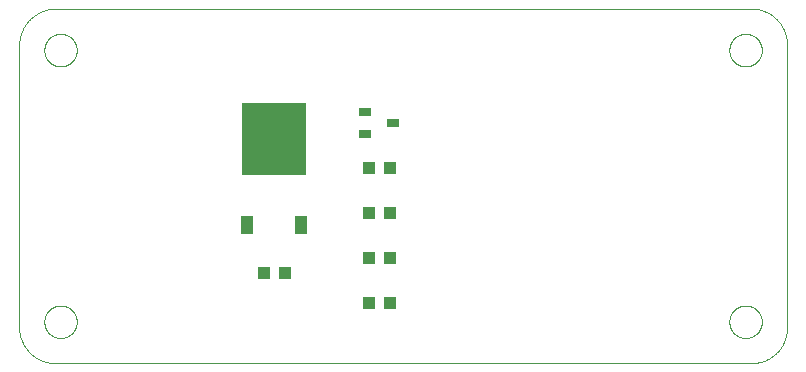
<source format=gtp>
G75*
%MOIN*%
%OFA0B0*%
%FSLAX25Y25*%
%IPPOS*%
%LPD*%
%AMOC8*
5,1,8,0,0,1.08239X$1,22.5*
%
%ADD10C,0.00000*%
%ADD11R,0.03937X0.02756*%
%ADD12R,0.21260X0.24409*%
%ADD13R,0.03937X0.06299*%
%ADD14R,0.04134X0.04252*%
D10*
X0016899Y0005000D02*
X0249166Y0005000D01*
X0249450Y0005003D01*
X0249734Y0005014D01*
X0250017Y0005031D01*
X0250301Y0005055D01*
X0250583Y0005086D01*
X0250864Y0005123D01*
X0251145Y0005168D01*
X0251424Y0005219D01*
X0251703Y0005277D01*
X0251979Y0005342D01*
X0252254Y0005413D01*
X0252527Y0005491D01*
X0252798Y0005575D01*
X0253068Y0005666D01*
X0253334Y0005764D01*
X0253599Y0005868D01*
X0253861Y0005978D01*
X0254120Y0006095D01*
X0254376Y0006218D01*
X0254629Y0006346D01*
X0254879Y0006482D01*
X0255125Y0006623D01*
X0255368Y0006770D01*
X0255608Y0006922D01*
X0255844Y0007081D01*
X0256075Y0007245D01*
X0256303Y0007415D01*
X0256527Y0007590D01*
X0256746Y0007770D01*
X0256961Y0007956D01*
X0257171Y0008147D01*
X0257377Y0008343D01*
X0257578Y0008544D01*
X0257774Y0008750D01*
X0257965Y0008960D01*
X0258151Y0009175D01*
X0258331Y0009394D01*
X0258506Y0009618D01*
X0258676Y0009846D01*
X0258840Y0010077D01*
X0258999Y0010313D01*
X0259151Y0010553D01*
X0259298Y0010796D01*
X0259439Y0011042D01*
X0259575Y0011292D01*
X0259703Y0011545D01*
X0259826Y0011801D01*
X0259943Y0012060D01*
X0260053Y0012322D01*
X0260157Y0012587D01*
X0260255Y0012853D01*
X0260346Y0013123D01*
X0260430Y0013394D01*
X0260508Y0013667D01*
X0260579Y0013942D01*
X0260644Y0014218D01*
X0260702Y0014497D01*
X0260753Y0014776D01*
X0260798Y0015057D01*
X0260835Y0015338D01*
X0260866Y0015620D01*
X0260890Y0015904D01*
X0260907Y0016187D01*
X0260918Y0016471D01*
X0260921Y0016755D01*
X0260921Y0111192D01*
X0260917Y0111482D01*
X0260907Y0111772D01*
X0260889Y0112062D01*
X0260865Y0112351D01*
X0260833Y0112640D01*
X0260795Y0112927D01*
X0260750Y0113214D01*
X0260697Y0113499D01*
X0260638Y0113783D01*
X0260572Y0114066D01*
X0260499Y0114347D01*
X0260420Y0114626D01*
X0260333Y0114903D01*
X0260240Y0115178D01*
X0260141Y0115450D01*
X0260034Y0115721D01*
X0259922Y0115988D01*
X0259803Y0116253D01*
X0259677Y0116514D01*
X0259545Y0116773D01*
X0259407Y0117028D01*
X0259263Y0117280D01*
X0259113Y0117528D01*
X0258957Y0117773D01*
X0258795Y0118014D01*
X0258627Y0118251D01*
X0258454Y0118483D01*
X0258275Y0118712D01*
X0258091Y0118936D01*
X0257901Y0119155D01*
X0257706Y0119370D01*
X0257506Y0119580D01*
X0257300Y0119786D01*
X0257090Y0119986D01*
X0256875Y0120181D01*
X0256656Y0120371D01*
X0256432Y0120555D01*
X0256203Y0120734D01*
X0255971Y0120907D01*
X0255734Y0121075D01*
X0255493Y0121237D01*
X0255248Y0121393D01*
X0255000Y0121543D01*
X0254748Y0121687D01*
X0254493Y0121825D01*
X0254234Y0121957D01*
X0253973Y0122083D01*
X0253708Y0122202D01*
X0253441Y0122314D01*
X0253170Y0122421D01*
X0252898Y0122520D01*
X0252623Y0122613D01*
X0252346Y0122700D01*
X0252067Y0122779D01*
X0251786Y0122852D01*
X0251503Y0122918D01*
X0251219Y0122977D01*
X0250934Y0123030D01*
X0250647Y0123075D01*
X0250360Y0123113D01*
X0250071Y0123145D01*
X0249782Y0123169D01*
X0249492Y0123187D01*
X0249202Y0123197D01*
X0248912Y0123201D01*
X0017261Y0123201D01*
X0016965Y0123197D01*
X0016669Y0123187D01*
X0016373Y0123169D01*
X0016078Y0123144D01*
X0015783Y0123112D01*
X0015489Y0123072D01*
X0015197Y0123026D01*
X0014905Y0122973D01*
X0014615Y0122912D01*
X0014327Y0122845D01*
X0014040Y0122770D01*
X0013755Y0122689D01*
X0013472Y0122601D01*
X0013191Y0122506D01*
X0012913Y0122404D01*
X0012637Y0122296D01*
X0012364Y0122181D01*
X0012094Y0122059D01*
X0011827Y0121931D01*
X0011563Y0121797D01*
X0011302Y0121656D01*
X0011045Y0121509D01*
X0010792Y0121355D01*
X0010542Y0121196D01*
X0010296Y0121031D01*
X0010054Y0120859D01*
X0009817Y0120682D01*
X0009583Y0120500D01*
X0009355Y0120311D01*
X0009130Y0120117D01*
X0008911Y0119918D01*
X0008697Y0119714D01*
X0008487Y0119504D01*
X0008283Y0119290D01*
X0008084Y0119071D01*
X0007890Y0118846D01*
X0007701Y0118618D01*
X0007519Y0118384D01*
X0007342Y0118147D01*
X0007170Y0117905D01*
X0007005Y0117659D01*
X0006846Y0117409D01*
X0006692Y0117156D01*
X0006545Y0116899D01*
X0006404Y0116638D01*
X0006270Y0116374D01*
X0006142Y0116107D01*
X0006020Y0115837D01*
X0005905Y0115564D01*
X0005797Y0115288D01*
X0005695Y0115010D01*
X0005600Y0114729D01*
X0005512Y0114446D01*
X0005431Y0114161D01*
X0005356Y0113874D01*
X0005289Y0113586D01*
X0005228Y0113296D01*
X0005175Y0113004D01*
X0005129Y0112712D01*
X0005089Y0112418D01*
X0005057Y0112123D01*
X0005032Y0111828D01*
X0005014Y0111532D01*
X0005004Y0111236D01*
X0005000Y0110940D01*
X0005000Y0016899D01*
X0005003Y0016611D01*
X0005014Y0016324D01*
X0005031Y0016037D01*
X0005056Y0015751D01*
X0005087Y0015465D01*
X0005125Y0015180D01*
X0005170Y0014896D01*
X0005222Y0014613D01*
X0005280Y0014331D01*
X0005346Y0014051D01*
X0005418Y0013773D01*
X0005497Y0013497D01*
X0005582Y0013222D01*
X0005675Y0012950D01*
X0005773Y0012680D01*
X0005878Y0012412D01*
X0005990Y0012147D01*
X0006108Y0011885D01*
X0006232Y0011625D01*
X0006363Y0011369D01*
X0006500Y0011116D01*
X0006642Y0010867D01*
X0006791Y0010621D01*
X0006946Y0010378D01*
X0007106Y0010140D01*
X0007273Y0009905D01*
X0007444Y0009674D01*
X0007622Y0009448D01*
X0007804Y0009226D01*
X0007992Y0009009D01*
X0008186Y0008796D01*
X0008384Y0008587D01*
X0008587Y0008384D01*
X0008796Y0008186D01*
X0009009Y0007992D01*
X0009226Y0007804D01*
X0009448Y0007622D01*
X0009674Y0007444D01*
X0009905Y0007273D01*
X0010140Y0007106D01*
X0010378Y0006946D01*
X0010621Y0006791D01*
X0010867Y0006642D01*
X0011116Y0006500D01*
X0011369Y0006363D01*
X0011625Y0006232D01*
X0011885Y0006108D01*
X0012147Y0005990D01*
X0012412Y0005878D01*
X0012680Y0005773D01*
X0012950Y0005675D01*
X0013222Y0005582D01*
X0013497Y0005497D01*
X0013773Y0005418D01*
X0014051Y0005346D01*
X0014331Y0005280D01*
X0014613Y0005222D01*
X0014896Y0005170D01*
X0015180Y0005125D01*
X0015465Y0005087D01*
X0015751Y0005056D01*
X0016037Y0005031D01*
X0016324Y0005014D01*
X0016611Y0005003D01*
X0016899Y0005000D01*
X0013367Y0018780D02*
X0013369Y0018927D01*
X0013375Y0019073D01*
X0013385Y0019219D01*
X0013399Y0019365D01*
X0013417Y0019511D01*
X0013438Y0019656D01*
X0013464Y0019800D01*
X0013494Y0019944D01*
X0013527Y0020086D01*
X0013564Y0020228D01*
X0013605Y0020369D01*
X0013650Y0020508D01*
X0013699Y0020647D01*
X0013751Y0020784D01*
X0013808Y0020919D01*
X0013867Y0021053D01*
X0013931Y0021185D01*
X0013998Y0021315D01*
X0014068Y0021444D01*
X0014142Y0021571D01*
X0014219Y0021695D01*
X0014300Y0021818D01*
X0014384Y0021938D01*
X0014471Y0022056D01*
X0014561Y0022171D01*
X0014654Y0022284D01*
X0014751Y0022395D01*
X0014850Y0022503D01*
X0014952Y0022608D01*
X0015057Y0022710D01*
X0015165Y0022809D01*
X0015276Y0022906D01*
X0015389Y0022999D01*
X0015504Y0023089D01*
X0015622Y0023176D01*
X0015742Y0023260D01*
X0015865Y0023341D01*
X0015989Y0023418D01*
X0016116Y0023492D01*
X0016245Y0023562D01*
X0016375Y0023629D01*
X0016507Y0023693D01*
X0016641Y0023752D01*
X0016776Y0023809D01*
X0016913Y0023861D01*
X0017052Y0023910D01*
X0017191Y0023955D01*
X0017332Y0023996D01*
X0017474Y0024033D01*
X0017616Y0024066D01*
X0017760Y0024096D01*
X0017904Y0024122D01*
X0018049Y0024143D01*
X0018195Y0024161D01*
X0018341Y0024175D01*
X0018487Y0024185D01*
X0018633Y0024191D01*
X0018780Y0024193D01*
X0018927Y0024191D01*
X0019073Y0024185D01*
X0019219Y0024175D01*
X0019365Y0024161D01*
X0019511Y0024143D01*
X0019656Y0024122D01*
X0019800Y0024096D01*
X0019944Y0024066D01*
X0020086Y0024033D01*
X0020228Y0023996D01*
X0020369Y0023955D01*
X0020508Y0023910D01*
X0020647Y0023861D01*
X0020784Y0023809D01*
X0020919Y0023752D01*
X0021053Y0023693D01*
X0021185Y0023629D01*
X0021315Y0023562D01*
X0021444Y0023492D01*
X0021571Y0023418D01*
X0021695Y0023341D01*
X0021818Y0023260D01*
X0021938Y0023176D01*
X0022056Y0023089D01*
X0022171Y0022999D01*
X0022284Y0022906D01*
X0022395Y0022809D01*
X0022503Y0022710D01*
X0022608Y0022608D01*
X0022710Y0022503D01*
X0022809Y0022395D01*
X0022906Y0022284D01*
X0022999Y0022171D01*
X0023089Y0022056D01*
X0023176Y0021938D01*
X0023260Y0021818D01*
X0023341Y0021695D01*
X0023418Y0021571D01*
X0023492Y0021444D01*
X0023562Y0021315D01*
X0023629Y0021185D01*
X0023693Y0021053D01*
X0023752Y0020919D01*
X0023809Y0020784D01*
X0023861Y0020647D01*
X0023910Y0020508D01*
X0023955Y0020369D01*
X0023996Y0020228D01*
X0024033Y0020086D01*
X0024066Y0019944D01*
X0024096Y0019800D01*
X0024122Y0019656D01*
X0024143Y0019511D01*
X0024161Y0019365D01*
X0024175Y0019219D01*
X0024185Y0019073D01*
X0024191Y0018927D01*
X0024193Y0018780D01*
X0024191Y0018633D01*
X0024185Y0018487D01*
X0024175Y0018341D01*
X0024161Y0018195D01*
X0024143Y0018049D01*
X0024122Y0017904D01*
X0024096Y0017760D01*
X0024066Y0017616D01*
X0024033Y0017474D01*
X0023996Y0017332D01*
X0023955Y0017191D01*
X0023910Y0017052D01*
X0023861Y0016913D01*
X0023809Y0016776D01*
X0023752Y0016641D01*
X0023693Y0016507D01*
X0023629Y0016375D01*
X0023562Y0016245D01*
X0023492Y0016116D01*
X0023418Y0015989D01*
X0023341Y0015865D01*
X0023260Y0015742D01*
X0023176Y0015622D01*
X0023089Y0015504D01*
X0022999Y0015389D01*
X0022906Y0015276D01*
X0022809Y0015165D01*
X0022710Y0015057D01*
X0022608Y0014952D01*
X0022503Y0014850D01*
X0022395Y0014751D01*
X0022284Y0014654D01*
X0022171Y0014561D01*
X0022056Y0014471D01*
X0021938Y0014384D01*
X0021818Y0014300D01*
X0021695Y0014219D01*
X0021571Y0014142D01*
X0021444Y0014068D01*
X0021315Y0013998D01*
X0021185Y0013931D01*
X0021053Y0013867D01*
X0020919Y0013808D01*
X0020784Y0013751D01*
X0020647Y0013699D01*
X0020508Y0013650D01*
X0020369Y0013605D01*
X0020228Y0013564D01*
X0020086Y0013527D01*
X0019944Y0013494D01*
X0019800Y0013464D01*
X0019656Y0013438D01*
X0019511Y0013417D01*
X0019365Y0013399D01*
X0019219Y0013385D01*
X0019073Y0013375D01*
X0018927Y0013369D01*
X0018780Y0013367D01*
X0018633Y0013369D01*
X0018487Y0013375D01*
X0018341Y0013385D01*
X0018195Y0013399D01*
X0018049Y0013417D01*
X0017904Y0013438D01*
X0017760Y0013464D01*
X0017616Y0013494D01*
X0017474Y0013527D01*
X0017332Y0013564D01*
X0017191Y0013605D01*
X0017052Y0013650D01*
X0016913Y0013699D01*
X0016776Y0013751D01*
X0016641Y0013808D01*
X0016507Y0013867D01*
X0016375Y0013931D01*
X0016245Y0013998D01*
X0016116Y0014068D01*
X0015989Y0014142D01*
X0015865Y0014219D01*
X0015742Y0014300D01*
X0015622Y0014384D01*
X0015504Y0014471D01*
X0015389Y0014561D01*
X0015276Y0014654D01*
X0015165Y0014751D01*
X0015057Y0014850D01*
X0014952Y0014952D01*
X0014850Y0015057D01*
X0014751Y0015165D01*
X0014654Y0015276D01*
X0014561Y0015389D01*
X0014471Y0015504D01*
X0014384Y0015622D01*
X0014300Y0015742D01*
X0014219Y0015865D01*
X0014142Y0015989D01*
X0014068Y0016116D01*
X0013998Y0016245D01*
X0013931Y0016375D01*
X0013867Y0016507D01*
X0013808Y0016641D01*
X0013751Y0016776D01*
X0013699Y0016913D01*
X0013650Y0017052D01*
X0013605Y0017191D01*
X0013564Y0017332D01*
X0013527Y0017474D01*
X0013494Y0017616D01*
X0013464Y0017760D01*
X0013438Y0017904D01*
X0013417Y0018049D01*
X0013399Y0018195D01*
X0013385Y0018341D01*
X0013375Y0018487D01*
X0013369Y0018633D01*
X0013367Y0018780D01*
X0013367Y0109331D02*
X0013369Y0109478D01*
X0013375Y0109624D01*
X0013385Y0109770D01*
X0013399Y0109916D01*
X0013417Y0110062D01*
X0013438Y0110207D01*
X0013464Y0110351D01*
X0013494Y0110495D01*
X0013527Y0110637D01*
X0013564Y0110779D01*
X0013605Y0110920D01*
X0013650Y0111059D01*
X0013699Y0111198D01*
X0013751Y0111335D01*
X0013808Y0111470D01*
X0013867Y0111604D01*
X0013931Y0111736D01*
X0013998Y0111866D01*
X0014068Y0111995D01*
X0014142Y0112122D01*
X0014219Y0112246D01*
X0014300Y0112369D01*
X0014384Y0112489D01*
X0014471Y0112607D01*
X0014561Y0112722D01*
X0014654Y0112835D01*
X0014751Y0112946D01*
X0014850Y0113054D01*
X0014952Y0113159D01*
X0015057Y0113261D01*
X0015165Y0113360D01*
X0015276Y0113457D01*
X0015389Y0113550D01*
X0015504Y0113640D01*
X0015622Y0113727D01*
X0015742Y0113811D01*
X0015865Y0113892D01*
X0015989Y0113969D01*
X0016116Y0114043D01*
X0016245Y0114113D01*
X0016375Y0114180D01*
X0016507Y0114244D01*
X0016641Y0114303D01*
X0016776Y0114360D01*
X0016913Y0114412D01*
X0017052Y0114461D01*
X0017191Y0114506D01*
X0017332Y0114547D01*
X0017474Y0114584D01*
X0017616Y0114617D01*
X0017760Y0114647D01*
X0017904Y0114673D01*
X0018049Y0114694D01*
X0018195Y0114712D01*
X0018341Y0114726D01*
X0018487Y0114736D01*
X0018633Y0114742D01*
X0018780Y0114744D01*
X0018927Y0114742D01*
X0019073Y0114736D01*
X0019219Y0114726D01*
X0019365Y0114712D01*
X0019511Y0114694D01*
X0019656Y0114673D01*
X0019800Y0114647D01*
X0019944Y0114617D01*
X0020086Y0114584D01*
X0020228Y0114547D01*
X0020369Y0114506D01*
X0020508Y0114461D01*
X0020647Y0114412D01*
X0020784Y0114360D01*
X0020919Y0114303D01*
X0021053Y0114244D01*
X0021185Y0114180D01*
X0021315Y0114113D01*
X0021444Y0114043D01*
X0021571Y0113969D01*
X0021695Y0113892D01*
X0021818Y0113811D01*
X0021938Y0113727D01*
X0022056Y0113640D01*
X0022171Y0113550D01*
X0022284Y0113457D01*
X0022395Y0113360D01*
X0022503Y0113261D01*
X0022608Y0113159D01*
X0022710Y0113054D01*
X0022809Y0112946D01*
X0022906Y0112835D01*
X0022999Y0112722D01*
X0023089Y0112607D01*
X0023176Y0112489D01*
X0023260Y0112369D01*
X0023341Y0112246D01*
X0023418Y0112122D01*
X0023492Y0111995D01*
X0023562Y0111866D01*
X0023629Y0111736D01*
X0023693Y0111604D01*
X0023752Y0111470D01*
X0023809Y0111335D01*
X0023861Y0111198D01*
X0023910Y0111059D01*
X0023955Y0110920D01*
X0023996Y0110779D01*
X0024033Y0110637D01*
X0024066Y0110495D01*
X0024096Y0110351D01*
X0024122Y0110207D01*
X0024143Y0110062D01*
X0024161Y0109916D01*
X0024175Y0109770D01*
X0024185Y0109624D01*
X0024191Y0109478D01*
X0024193Y0109331D01*
X0024191Y0109184D01*
X0024185Y0109038D01*
X0024175Y0108892D01*
X0024161Y0108746D01*
X0024143Y0108600D01*
X0024122Y0108455D01*
X0024096Y0108311D01*
X0024066Y0108167D01*
X0024033Y0108025D01*
X0023996Y0107883D01*
X0023955Y0107742D01*
X0023910Y0107603D01*
X0023861Y0107464D01*
X0023809Y0107327D01*
X0023752Y0107192D01*
X0023693Y0107058D01*
X0023629Y0106926D01*
X0023562Y0106796D01*
X0023492Y0106667D01*
X0023418Y0106540D01*
X0023341Y0106416D01*
X0023260Y0106293D01*
X0023176Y0106173D01*
X0023089Y0106055D01*
X0022999Y0105940D01*
X0022906Y0105827D01*
X0022809Y0105716D01*
X0022710Y0105608D01*
X0022608Y0105503D01*
X0022503Y0105401D01*
X0022395Y0105302D01*
X0022284Y0105205D01*
X0022171Y0105112D01*
X0022056Y0105022D01*
X0021938Y0104935D01*
X0021818Y0104851D01*
X0021695Y0104770D01*
X0021571Y0104693D01*
X0021444Y0104619D01*
X0021315Y0104549D01*
X0021185Y0104482D01*
X0021053Y0104418D01*
X0020919Y0104359D01*
X0020784Y0104302D01*
X0020647Y0104250D01*
X0020508Y0104201D01*
X0020369Y0104156D01*
X0020228Y0104115D01*
X0020086Y0104078D01*
X0019944Y0104045D01*
X0019800Y0104015D01*
X0019656Y0103989D01*
X0019511Y0103968D01*
X0019365Y0103950D01*
X0019219Y0103936D01*
X0019073Y0103926D01*
X0018927Y0103920D01*
X0018780Y0103918D01*
X0018633Y0103920D01*
X0018487Y0103926D01*
X0018341Y0103936D01*
X0018195Y0103950D01*
X0018049Y0103968D01*
X0017904Y0103989D01*
X0017760Y0104015D01*
X0017616Y0104045D01*
X0017474Y0104078D01*
X0017332Y0104115D01*
X0017191Y0104156D01*
X0017052Y0104201D01*
X0016913Y0104250D01*
X0016776Y0104302D01*
X0016641Y0104359D01*
X0016507Y0104418D01*
X0016375Y0104482D01*
X0016245Y0104549D01*
X0016116Y0104619D01*
X0015989Y0104693D01*
X0015865Y0104770D01*
X0015742Y0104851D01*
X0015622Y0104935D01*
X0015504Y0105022D01*
X0015389Y0105112D01*
X0015276Y0105205D01*
X0015165Y0105302D01*
X0015057Y0105401D01*
X0014952Y0105503D01*
X0014850Y0105608D01*
X0014751Y0105716D01*
X0014654Y0105827D01*
X0014561Y0105940D01*
X0014471Y0106055D01*
X0014384Y0106173D01*
X0014300Y0106293D01*
X0014219Y0106416D01*
X0014142Y0106540D01*
X0014068Y0106667D01*
X0013998Y0106796D01*
X0013931Y0106926D01*
X0013867Y0107058D01*
X0013808Y0107192D01*
X0013751Y0107327D01*
X0013699Y0107464D01*
X0013650Y0107603D01*
X0013605Y0107742D01*
X0013564Y0107883D01*
X0013527Y0108025D01*
X0013494Y0108167D01*
X0013464Y0108311D01*
X0013438Y0108455D01*
X0013417Y0108600D01*
X0013399Y0108746D01*
X0013385Y0108892D01*
X0013375Y0109038D01*
X0013369Y0109184D01*
X0013367Y0109331D01*
X0241713Y0109331D02*
X0241715Y0109478D01*
X0241721Y0109624D01*
X0241731Y0109770D01*
X0241745Y0109916D01*
X0241763Y0110062D01*
X0241784Y0110207D01*
X0241810Y0110351D01*
X0241840Y0110495D01*
X0241873Y0110637D01*
X0241910Y0110779D01*
X0241951Y0110920D01*
X0241996Y0111059D01*
X0242045Y0111198D01*
X0242097Y0111335D01*
X0242154Y0111470D01*
X0242213Y0111604D01*
X0242277Y0111736D01*
X0242344Y0111866D01*
X0242414Y0111995D01*
X0242488Y0112122D01*
X0242565Y0112246D01*
X0242646Y0112369D01*
X0242730Y0112489D01*
X0242817Y0112607D01*
X0242907Y0112722D01*
X0243000Y0112835D01*
X0243097Y0112946D01*
X0243196Y0113054D01*
X0243298Y0113159D01*
X0243403Y0113261D01*
X0243511Y0113360D01*
X0243622Y0113457D01*
X0243735Y0113550D01*
X0243850Y0113640D01*
X0243968Y0113727D01*
X0244088Y0113811D01*
X0244211Y0113892D01*
X0244335Y0113969D01*
X0244462Y0114043D01*
X0244591Y0114113D01*
X0244721Y0114180D01*
X0244853Y0114244D01*
X0244987Y0114303D01*
X0245122Y0114360D01*
X0245259Y0114412D01*
X0245398Y0114461D01*
X0245537Y0114506D01*
X0245678Y0114547D01*
X0245820Y0114584D01*
X0245962Y0114617D01*
X0246106Y0114647D01*
X0246250Y0114673D01*
X0246395Y0114694D01*
X0246541Y0114712D01*
X0246687Y0114726D01*
X0246833Y0114736D01*
X0246979Y0114742D01*
X0247126Y0114744D01*
X0247273Y0114742D01*
X0247419Y0114736D01*
X0247565Y0114726D01*
X0247711Y0114712D01*
X0247857Y0114694D01*
X0248002Y0114673D01*
X0248146Y0114647D01*
X0248290Y0114617D01*
X0248432Y0114584D01*
X0248574Y0114547D01*
X0248715Y0114506D01*
X0248854Y0114461D01*
X0248993Y0114412D01*
X0249130Y0114360D01*
X0249265Y0114303D01*
X0249399Y0114244D01*
X0249531Y0114180D01*
X0249661Y0114113D01*
X0249790Y0114043D01*
X0249917Y0113969D01*
X0250041Y0113892D01*
X0250164Y0113811D01*
X0250284Y0113727D01*
X0250402Y0113640D01*
X0250517Y0113550D01*
X0250630Y0113457D01*
X0250741Y0113360D01*
X0250849Y0113261D01*
X0250954Y0113159D01*
X0251056Y0113054D01*
X0251155Y0112946D01*
X0251252Y0112835D01*
X0251345Y0112722D01*
X0251435Y0112607D01*
X0251522Y0112489D01*
X0251606Y0112369D01*
X0251687Y0112246D01*
X0251764Y0112122D01*
X0251838Y0111995D01*
X0251908Y0111866D01*
X0251975Y0111736D01*
X0252039Y0111604D01*
X0252098Y0111470D01*
X0252155Y0111335D01*
X0252207Y0111198D01*
X0252256Y0111059D01*
X0252301Y0110920D01*
X0252342Y0110779D01*
X0252379Y0110637D01*
X0252412Y0110495D01*
X0252442Y0110351D01*
X0252468Y0110207D01*
X0252489Y0110062D01*
X0252507Y0109916D01*
X0252521Y0109770D01*
X0252531Y0109624D01*
X0252537Y0109478D01*
X0252539Y0109331D01*
X0252537Y0109184D01*
X0252531Y0109038D01*
X0252521Y0108892D01*
X0252507Y0108746D01*
X0252489Y0108600D01*
X0252468Y0108455D01*
X0252442Y0108311D01*
X0252412Y0108167D01*
X0252379Y0108025D01*
X0252342Y0107883D01*
X0252301Y0107742D01*
X0252256Y0107603D01*
X0252207Y0107464D01*
X0252155Y0107327D01*
X0252098Y0107192D01*
X0252039Y0107058D01*
X0251975Y0106926D01*
X0251908Y0106796D01*
X0251838Y0106667D01*
X0251764Y0106540D01*
X0251687Y0106416D01*
X0251606Y0106293D01*
X0251522Y0106173D01*
X0251435Y0106055D01*
X0251345Y0105940D01*
X0251252Y0105827D01*
X0251155Y0105716D01*
X0251056Y0105608D01*
X0250954Y0105503D01*
X0250849Y0105401D01*
X0250741Y0105302D01*
X0250630Y0105205D01*
X0250517Y0105112D01*
X0250402Y0105022D01*
X0250284Y0104935D01*
X0250164Y0104851D01*
X0250041Y0104770D01*
X0249917Y0104693D01*
X0249790Y0104619D01*
X0249661Y0104549D01*
X0249531Y0104482D01*
X0249399Y0104418D01*
X0249265Y0104359D01*
X0249130Y0104302D01*
X0248993Y0104250D01*
X0248854Y0104201D01*
X0248715Y0104156D01*
X0248574Y0104115D01*
X0248432Y0104078D01*
X0248290Y0104045D01*
X0248146Y0104015D01*
X0248002Y0103989D01*
X0247857Y0103968D01*
X0247711Y0103950D01*
X0247565Y0103936D01*
X0247419Y0103926D01*
X0247273Y0103920D01*
X0247126Y0103918D01*
X0246979Y0103920D01*
X0246833Y0103926D01*
X0246687Y0103936D01*
X0246541Y0103950D01*
X0246395Y0103968D01*
X0246250Y0103989D01*
X0246106Y0104015D01*
X0245962Y0104045D01*
X0245820Y0104078D01*
X0245678Y0104115D01*
X0245537Y0104156D01*
X0245398Y0104201D01*
X0245259Y0104250D01*
X0245122Y0104302D01*
X0244987Y0104359D01*
X0244853Y0104418D01*
X0244721Y0104482D01*
X0244591Y0104549D01*
X0244462Y0104619D01*
X0244335Y0104693D01*
X0244211Y0104770D01*
X0244088Y0104851D01*
X0243968Y0104935D01*
X0243850Y0105022D01*
X0243735Y0105112D01*
X0243622Y0105205D01*
X0243511Y0105302D01*
X0243403Y0105401D01*
X0243298Y0105503D01*
X0243196Y0105608D01*
X0243097Y0105716D01*
X0243000Y0105827D01*
X0242907Y0105940D01*
X0242817Y0106055D01*
X0242730Y0106173D01*
X0242646Y0106293D01*
X0242565Y0106416D01*
X0242488Y0106540D01*
X0242414Y0106667D01*
X0242344Y0106796D01*
X0242277Y0106926D01*
X0242213Y0107058D01*
X0242154Y0107192D01*
X0242097Y0107327D01*
X0242045Y0107464D01*
X0241996Y0107603D01*
X0241951Y0107742D01*
X0241910Y0107883D01*
X0241873Y0108025D01*
X0241840Y0108167D01*
X0241810Y0108311D01*
X0241784Y0108455D01*
X0241763Y0108600D01*
X0241745Y0108746D01*
X0241731Y0108892D01*
X0241721Y0109038D01*
X0241715Y0109184D01*
X0241713Y0109331D01*
X0241713Y0018780D02*
X0241715Y0018927D01*
X0241721Y0019073D01*
X0241731Y0019219D01*
X0241745Y0019365D01*
X0241763Y0019511D01*
X0241784Y0019656D01*
X0241810Y0019800D01*
X0241840Y0019944D01*
X0241873Y0020086D01*
X0241910Y0020228D01*
X0241951Y0020369D01*
X0241996Y0020508D01*
X0242045Y0020647D01*
X0242097Y0020784D01*
X0242154Y0020919D01*
X0242213Y0021053D01*
X0242277Y0021185D01*
X0242344Y0021315D01*
X0242414Y0021444D01*
X0242488Y0021571D01*
X0242565Y0021695D01*
X0242646Y0021818D01*
X0242730Y0021938D01*
X0242817Y0022056D01*
X0242907Y0022171D01*
X0243000Y0022284D01*
X0243097Y0022395D01*
X0243196Y0022503D01*
X0243298Y0022608D01*
X0243403Y0022710D01*
X0243511Y0022809D01*
X0243622Y0022906D01*
X0243735Y0022999D01*
X0243850Y0023089D01*
X0243968Y0023176D01*
X0244088Y0023260D01*
X0244211Y0023341D01*
X0244335Y0023418D01*
X0244462Y0023492D01*
X0244591Y0023562D01*
X0244721Y0023629D01*
X0244853Y0023693D01*
X0244987Y0023752D01*
X0245122Y0023809D01*
X0245259Y0023861D01*
X0245398Y0023910D01*
X0245537Y0023955D01*
X0245678Y0023996D01*
X0245820Y0024033D01*
X0245962Y0024066D01*
X0246106Y0024096D01*
X0246250Y0024122D01*
X0246395Y0024143D01*
X0246541Y0024161D01*
X0246687Y0024175D01*
X0246833Y0024185D01*
X0246979Y0024191D01*
X0247126Y0024193D01*
X0247273Y0024191D01*
X0247419Y0024185D01*
X0247565Y0024175D01*
X0247711Y0024161D01*
X0247857Y0024143D01*
X0248002Y0024122D01*
X0248146Y0024096D01*
X0248290Y0024066D01*
X0248432Y0024033D01*
X0248574Y0023996D01*
X0248715Y0023955D01*
X0248854Y0023910D01*
X0248993Y0023861D01*
X0249130Y0023809D01*
X0249265Y0023752D01*
X0249399Y0023693D01*
X0249531Y0023629D01*
X0249661Y0023562D01*
X0249790Y0023492D01*
X0249917Y0023418D01*
X0250041Y0023341D01*
X0250164Y0023260D01*
X0250284Y0023176D01*
X0250402Y0023089D01*
X0250517Y0022999D01*
X0250630Y0022906D01*
X0250741Y0022809D01*
X0250849Y0022710D01*
X0250954Y0022608D01*
X0251056Y0022503D01*
X0251155Y0022395D01*
X0251252Y0022284D01*
X0251345Y0022171D01*
X0251435Y0022056D01*
X0251522Y0021938D01*
X0251606Y0021818D01*
X0251687Y0021695D01*
X0251764Y0021571D01*
X0251838Y0021444D01*
X0251908Y0021315D01*
X0251975Y0021185D01*
X0252039Y0021053D01*
X0252098Y0020919D01*
X0252155Y0020784D01*
X0252207Y0020647D01*
X0252256Y0020508D01*
X0252301Y0020369D01*
X0252342Y0020228D01*
X0252379Y0020086D01*
X0252412Y0019944D01*
X0252442Y0019800D01*
X0252468Y0019656D01*
X0252489Y0019511D01*
X0252507Y0019365D01*
X0252521Y0019219D01*
X0252531Y0019073D01*
X0252537Y0018927D01*
X0252539Y0018780D01*
X0252537Y0018633D01*
X0252531Y0018487D01*
X0252521Y0018341D01*
X0252507Y0018195D01*
X0252489Y0018049D01*
X0252468Y0017904D01*
X0252442Y0017760D01*
X0252412Y0017616D01*
X0252379Y0017474D01*
X0252342Y0017332D01*
X0252301Y0017191D01*
X0252256Y0017052D01*
X0252207Y0016913D01*
X0252155Y0016776D01*
X0252098Y0016641D01*
X0252039Y0016507D01*
X0251975Y0016375D01*
X0251908Y0016245D01*
X0251838Y0016116D01*
X0251764Y0015989D01*
X0251687Y0015865D01*
X0251606Y0015742D01*
X0251522Y0015622D01*
X0251435Y0015504D01*
X0251345Y0015389D01*
X0251252Y0015276D01*
X0251155Y0015165D01*
X0251056Y0015057D01*
X0250954Y0014952D01*
X0250849Y0014850D01*
X0250741Y0014751D01*
X0250630Y0014654D01*
X0250517Y0014561D01*
X0250402Y0014471D01*
X0250284Y0014384D01*
X0250164Y0014300D01*
X0250041Y0014219D01*
X0249917Y0014142D01*
X0249790Y0014068D01*
X0249661Y0013998D01*
X0249531Y0013931D01*
X0249399Y0013867D01*
X0249265Y0013808D01*
X0249130Y0013751D01*
X0248993Y0013699D01*
X0248854Y0013650D01*
X0248715Y0013605D01*
X0248574Y0013564D01*
X0248432Y0013527D01*
X0248290Y0013494D01*
X0248146Y0013464D01*
X0248002Y0013438D01*
X0247857Y0013417D01*
X0247711Y0013399D01*
X0247565Y0013385D01*
X0247419Y0013375D01*
X0247273Y0013369D01*
X0247126Y0013367D01*
X0246979Y0013369D01*
X0246833Y0013375D01*
X0246687Y0013385D01*
X0246541Y0013399D01*
X0246395Y0013417D01*
X0246250Y0013438D01*
X0246106Y0013464D01*
X0245962Y0013494D01*
X0245820Y0013527D01*
X0245678Y0013564D01*
X0245537Y0013605D01*
X0245398Y0013650D01*
X0245259Y0013699D01*
X0245122Y0013751D01*
X0244987Y0013808D01*
X0244853Y0013867D01*
X0244721Y0013931D01*
X0244591Y0013998D01*
X0244462Y0014068D01*
X0244335Y0014142D01*
X0244211Y0014219D01*
X0244088Y0014300D01*
X0243968Y0014384D01*
X0243850Y0014471D01*
X0243735Y0014561D01*
X0243622Y0014654D01*
X0243511Y0014751D01*
X0243403Y0014850D01*
X0243298Y0014952D01*
X0243196Y0015057D01*
X0243097Y0015165D01*
X0243000Y0015276D01*
X0242907Y0015389D01*
X0242817Y0015504D01*
X0242730Y0015622D01*
X0242646Y0015742D01*
X0242565Y0015865D01*
X0242488Y0015989D01*
X0242414Y0016116D01*
X0242344Y0016245D01*
X0242277Y0016375D01*
X0242213Y0016507D01*
X0242154Y0016641D01*
X0242097Y0016776D01*
X0242045Y0016913D01*
X0241996Y0017052D01*
X0241951Y0017191D01*
X0241910Y0017332D01*
X0241873Y0017474D01*
X0241840Y0017616D01*
X0241810Y0017760D01*
X0241784Y0017904D01*
X0241763Y0018049D01*
X0241745Y0018195D01*
X0241731Y0018341D01*
X0241721Y0018487D01*
X0241715Y0018633D01*
X0241713Y0018780D01*
D11*
X0120276Y0081260D03*
X0129724Y0085000D03*
X0120276Y0088740D03*
D12*
X0090000Y0079843D03*
D13*
X0081024Y0051102D03*
X0098976Y0051102D03*
D14*
X0121555Y0055000D03*
X0128445Y0055000D03*
X0128445Y0040000D03*
X0121555Y0040000D03*
X0093445Y0035000D03*
X0086555Y0035000D03*
X0121555Y0025000D03*
X0128445Y0025000D03*
X0128445Y0070000D03*
X0121555Y0070000D03*
M02*

</source>
